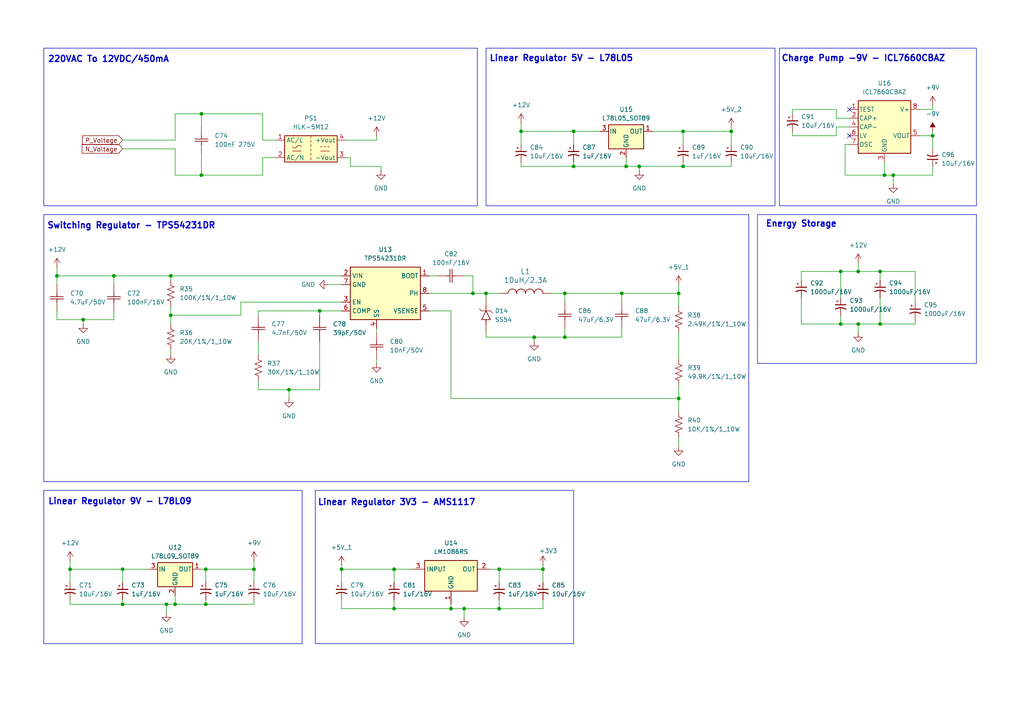
<source format=kicad_sch>
(kicad_sch (version 20231120) (generator "eeschema") (generator_version "8.0")
  (paper "A4")
  (junction (at 48.26 175.26))
  (junction (at 24.13 92.71))
  (junction (at 50.8 175.26))
  (junction (at 243.84 93.98))
  (junction (at 58.42 33.02))
  (junction (at 144.78 176.53))
  (junction (at 181.61 48.26))
  (junction (at 163.83 85.09))
  (junction (at 144.78 165.1))
  (junction (at 248.92 93.98))
  (junction (at 35.56 165.1))
  (junction (at 114.3 176.53))
  (junction (at 73.66 165.1))
  (junction (at 59.69 165.1))
  (junction (at 114.3 165.1))
  (junction (at 134.62 176.53))
  (junction (at 198.12 38.1))
  (junction (at 248.92 78.74))
  (junction (at 157.48 165.1))
  (junction (at 196.85 85.09))
  (junction (at 166.37 48.26))
  (junction (at 49.53 91.44))
  (junction (at 259.08 50.8))
  (junction (at 20.32 165.1))
  (junction (at 151.13 38.1))
  (junction (at 270.51 39.37))
  (junction (at 163.83 97.79))
  (junction (at 130.81 176.53))
  (junction (at 212.09 38.1))
  (junction (at 49.53 80.01))
  (junction (at 243.84 78.74))
  (junction (at 255.27 93.98))
  (junction (at 166.37 38.1))
  (junction (at 99.06 165.1))
  (junction (at 154.94 97.79))
  (junction (at 137.16 85.09))
  (junction (at 92.71 90.17))
  (junction (at 198.12 48.26))
  (junction (at 196.85 115.57))
  (junction (at 185.42 48.26))
  (junction (at 83.82 113.03))
  (junction (at 35.56 175.26))
  (junction (at 33.02 80.01))
  (junction (at 256.54 50.8))
  (junction (at 180.34 85.09))
  (junction (at 140.97 85.09))
  (junction (at 59.69 175.26))
  (junction (at 16.51 80.01))
  (junction (at 255.27 78.74))
  (junction (at 58.42 50.8))
  (no_connect (at 246.38 39.37))
  (no_connect (at 246.38 31.75))
  (wire (pts (xy 101.6 45.72) (xy 101.6 48.26)))
  (wire (pts (xy 151.13 46.99) (xy 151.13 48.26)))
  (wire (pts (xy 59.69 165.1) (xy 59.69 168.91)))
  (wire (pts (xy 270.51 39.37) (xy 266.7 39.37)))
  (wire (pts (xy 74.93 113.03) (xy 83.82 113.03)))
  (wire (pts (xy 74.93 90.17) (xy 92.71 90.17)))
  (wire (pts (xy 124.46 80.01) (xy 127 80.01)))
  (wire (pts (xy 185.42 48.26) (xy 198.12 48.26)))
  (wire (pts (xy 35.56 165.1) (xy 43.18 165.1)))
  (wire (pts (xy 270.51 31.75) (xy 266.7 31.75)))
  (wire (pts (xy 20.32 162.56) (xy 20.32 165.1)))
  (wire (pts (xy 229.87 33.02) (xy 229.87 31.75)))
  (wire (pts (xy 137.16 85.09) (xy 137.16 80.01)))
  (wire (pts (xy 232.41 81.28) (xy 232.41 78.74)))
  (wire (pts (xy 151.13 38.1) (xy 166.37 38.1)))
  (wire (pts (xy 130.81 176.53) (xy 134.62 176.53)))
  (wire (pts (xy 69.85 91.44) (xy 49.53 91.44)))
  (wire (pts (xy 270.51 38.1) (xy 270.51 39.37)))
  (wire (pts (xy 48.26 175.26) (xy 48.26 177.8)))
  (wire (pts (xy 255.27 78.74) (xy 255.27 81.28)))
  (wire (pts (xy 198.12 38.1) (xy 212.09 38.1)))
  (wire (pts (xy 144.78 165.1) (xy 157.48 165.1)))
  (wire (pts (xy 24.13 92.71) (xy 16.51 92.71)))
  (wire (pts (xy 20.32 165.1) (xy 35.56 165.1)))
  (wire (pts (xy 83.82 113.03) (xy 83.82 115.57)))
  (wire (pts (xy 58.42 36.83) (xy 58.42 33.02)))
  (wire (pts (xy 245.11 50.8) (xy 256.54 50.8)))
  (wire (pts (xy 232.41 86.36) (xy 232.41 93.98)))
  (wire (pts (xy 255.27 78.74) (xy 265.43 78.74)))
  (wire (pts (xy 248.92 93.98) (xy 248.92 96.52)))
  (wire (pts (xy 180.34 87.63) (xy 180.34 85.09)))
  (wire (pts (xy 248.92 93.98) (xy 255.27 93.98)))
  (wire (pts (xy 49.53 80.01) (xy 49.53 81.28)))
  (wire (pts (xy 134.62 176.53) (xy 144.78 176.53)))
  (wire (pts (xy 58.42 44.45) (xy 58.42 50.8)))
  (wire (pts (xy 76.2 50.8) (xy 76.2 45.72)))
  (wire (pts (xy 35.56 173.99) (xy 35.56 175.26)))
  (wire (pts (xy 259.08 50.8) (xy 256.54 50.8)))
  (wire (pts (xy 16.51 80.01) (xy 16.51 82.55)))
  (wire (pts (xy 124.46 90.17) (xy 130.81 90.17)))
  (wire (pts (xy 198.12 46.99) (xy 198.12 48.26)))
  (wire (pts (xy 49.53 80.01) (xy 33.02 80.01)))
  (wire (pts (xy 99.06 165.1) (xy 114.3 165.1)))
  (wire (pts (xy 16.51 77.47) (xy 16.51 80.01)))
  (wire (pts (xy 92.71 90.17) (xy 92.71 91.44)))
  (wire (pts (xy 196.85 82.55) (xy 196.85 85.09)))
  (wire (pts (xy 100.33 40.64) (xy 109.22 40.64)))
  (wire (pts (xy 181.61 48.26) (xy 181.61 45.72)))
  (wire (pts (xy 59.69 175.26) (xy 73.66 175.26)))
  (wire (pts (xy 109.22 104.14) (xy 109.22 105.41)))
  (wire (pts (xy 242.57 36.83) (xy 242.57 39.37)))
  (wire (pts (xy 69.85 87.63) (xy 69.85 91.44)))
  (wire (pts (xy 163.83 97.79) (xy 180.34 97.79)))
  (wire (pts (xy 33.02 92.71) (xy 24.13 92.71)))
  (wire (pts (xy 101.6 48.26) (xy 110.49 48.26)))
  (wire (pts (xy 49.53 91.44) (xy 49.53 93.98)))
  (wire (pts (xy 198.12 48.26) (xy 212.09 48.26)))
  (wire (pts (xy 114.3 165.1) (xy 119.38 165.1)))
  (wire (pts (xy 245.11 41.91) (xy 245.11 50.8)))
  (wire (pts (xy 242.57 31.75) (xy 242.57 34.29)))
  (wire (pts (xy 130.81 115.57) (xy 196.85 115.57)))
  (wire (pts (xy 163.83 85.09) (xy 163.83 87.63)))
  (wire (pts (xy 196.85 115.57) (xy 196.85 119.38)))
  (wire (pts (xy 256.54 50.8) (xy 256.54 46.99)))
  (wire (pts (xy 163.83 85.09) (xy 180.34 85.09)))
  (wire (pts (xy 50.8 40.64) (xy 50.8 33.02)))
  (wire (pts (xy 181.61 48.26) (xy 185.42 48.26)))
  (wire (pts (xy 270.51 39.37) (xy 270.51 43.18)))
  (wire (pts (xy 243.84 78.74) (xy 248.92 78.74)))
  (wire (pts (xy 189.23 38.1) (xy 198.12 38.1)))
  (wire (pts (xy 140.97 97.79) (xy 154.94 97.79)))
  (wire (pts (xy 270.51 48.26) (xy 270.51 50.8)))
  (wire (pts (xy 196.85 88.9) (xy 196.85 85.09)))
  (wire (pts (xy 248.92 76.2) (xy 248.92 78.74)))
  (wire (pts (xy 270.51 50.8) (xy 259.08 50.8)))
  (wire (pts (xy 137.16 85.09) (xy 140.97 85.09)))
  (wire (pts (xy 270.51 30.48) (xy 270.51 31.75)))
  (wire (pts (xy 180.34 95.25) (xy 180.34 97.79)))
  (wire (pts (xy 50.8 172.72) (xy 50.8 175.26)))
  (wire (pts (xy 157.48 163.83) (xy 157.48 165.1)))
  (wire (pts (xy 212.09 38.1) (xy 212.09 41.91)))
  (wire (pts (xy 140.97 96.52) (xy 140.97 97.79)))
  (wire (pts (xy 243.84 93.98) (xy 248.92 93.98)))
  (wire (pts (xy 99.06 168.91) (xy 99.06 165.1)))
  (wire (pts (xy 74.93 110.49) (xy 74.93 113.03)))
  (wire (pts (xy 99.06 176.53) (xy 114.3 176.53)))
  (wire (pts (xy 242.57 34.29) (xy 246.38 34.29)))
  (wire (pts (xy 58.42 33.02) (xy 76.2 33.02)))
  (wire (pts (xy 92.71 113.03) (xy 92.71 99.06)))
  (wire (pts (xy 33.02 80.01) (xy 33.02 82.55)))
  (wire (pts (xy 232.41 78.74) (xy 243.84 78.74)))
  (wire (pts (xy 212.09 36.83) (xy 212.09 38.1)))
  (wire (pts (xy 50.8 175.26) (xy 59.69 175.26)))
  (wire (pts (xy 242.57 39.37) (xy 229.87 39.37)))
  (wire (pts (xy 99.06 163.83) (xy 99.06 165.1)))
  (wire (pts (xy 48.26 175.26) (xy 50.8 175.26)))
  (wire (pts (xy 185.42 48.26) (xy 185.42 49.53)))
  (wire (pts (xy 243.84 78.74) (xy 243.84 86.36)))
  (wire (pts (xy 265.43 78.74) (xy 265.43 87.63)))
  (wire (pts (xy 142.24 165.1) (xy 144.78 165.1)))
  (wire (pts (xy 196.85 127) (xy 196.85 129.54)))
  (wire (pts (xy 58.42 165.1) (xy 59.69 165.1)))
  (wire (pts (xy 73.66 175.26) (xy 73.66 173.99)))
  (wire (pts (xy 255.27 93.98) (xy 265.43 93.98)))
  (wire (pts (xy 144.78 173.99) (xy 144.78 176.53)))
  (wire (pts (xy 50.8 43.18) (xy 50.8 50.8)))
  (wire (pts (xy 130.81 175.26) (xy 130.81 176.53)))
  (wire (pts (xy 140.97 85.09) (xy 144.78 85.09)))
  (wire (pts (xy 124.46 85.09) (xy 137.16 85.09)))
  (wire (pts (xy 212.09 48.26) (xy 212.09 46.99)))
  (wire (pts (xy 109.22 39.37) (xy 109.22 40.64)))
  (wire (pts (xy 109.22 95.25) (xy 109.22 96.52)))
  (wire (pts (xy 246.38 36.83) (xy 242.57 36.83)))
  (wire (pts (xy 166.37 46.99) (xy 166.37 48.26)))
  (wire (pts (xy 243.84 91.44) (xy 243.84 93.98)))
  (wire (pts (xy 20.32 173.99) (xy 20.32 175.26)))
  (wire (pts (xy 140.97 86.36) (xy 140.97 85.09)))
  (wire (pts (xy 59.69 165.1) (xy 73.66 165.1)))
  (wire (pts (xy 137.16 80.01) (xy 134.62 80.01)))
  (wire (pts (xy 114.3 165.1) (xy 114.3 168.91)))
  (wire (pts (xy 196.85 111.76) (xy 196.85 115.57)))
  (wire (pts (xy 255.27 86.36) (xy 255.27 93.98)))
  (wire (pts (xy 166.37 48.26) (xy 181.61 48.26)))
  (wire (pts (xy 59.69 173.99) (xy 59.69 175.26)))
  (wire (pts (xy 76.2 33.02) (xy 76.2 40.64)))
  (wire (pts (xy 151.13 35.56) (xy 151.13 38.1)))
  (wire (pts (xy 35.56 165.1) (xy 35.56 168.91)))
  (wire (pts (xy 151.13 41.91) (xy 151.13 38.1)))
  (wire (pts (xy 114.3 173.99) (xy 114.3 176.53)))
  (wire (pts (xy 144.78 165.1) (xy 144.78 168.91)))
  (wire (pts (xy 114.3 176.53) (xy 130.81 176.53)))
  (wire (pts (xy 154.94 97.79) (xy 154.94 99.06)))
  (wire (pts (xy 259.08 50.8) (xy 259.08 53.34)))
  (wire (pts (xy 35.56 175.26) (xy 48.26 175.26)))
  (wire (pts (xy 160.02 85.09) (xy 163.83 85.09)))
  (wire (pts (xy 58.42 50.8) (xy 76.2 50.8)))
  (wire (pts (xy 33.02 80.01) (xy 16.51 80.01)))
  (wire (pts (xy 35.56 40.64) (xy 50.8 40.64)))
  (wire (pts (xy 166.37 38.1) (xy 173.99 38.1)))
  (wire (pts (xy 50.8 33.02) (xy 58.42 33.02)))
  (wire (pts (xy 20.32 175.26) (xy 35.56 175.26)))
  (wire (pts (xy 265.43 93.98) (xy 265.43 92.71)))
  (wire (pts (xy 229.87 31.75) (xy 242.57 31.75)))
  (wire (pts (xy 99.06 80.01) (xy 49.53 80.01)))
  (wire (pts (xy 95.25 82.55) (xy 99.06 82.55)))
  (wire (pts (xy 49.53 101.6) (xy 49.53 102.87)))
  (wire (pts (xy 76.2 45.72) (xy 80.01 45.72)))
  (wire (pts (xy 154.94 97.79) (xy 163.83 97.79)))
  (wire (pts (xy 196.85 96.52) (xy 196.85 104.14)))
  (wire (pts (xy 16.51 92.71) (xy 16.51 90.17)))
  (wire (pts (xy 110.49 48.26) (xy 110.49 49.53)))
  (wire (pts (xy 74.93 91.44) (xy 74.93 90.17)))
  (wire (pts (xy 35.56 43.18) (xy 50.8 43.18)))
  (wire (pts (xy 157.48 176.53) (xy 157.48 173.99)))
  (wire (pts (xy 130.81 90.17) (xy 130.81 115.57)))
  (wire (pts (xy 157.48 165.1) (xy 157.48 168.91)))
  (wire (pts (xy 24.13 93.98) (xy 24.13 92.71)))
  (wire (pts (xy 73.66 162.56) (xy 73.66 165.1)))
  (wire (pts (xy 74.93 99.06) (xy 74.93 102.87)))
  (wire (pts (xy 73.66 165.1) (xy 73.66 168.91)))
  (wire (pts (xy 99.06 90.17) (xy 92.71 90.17)))
  (wire (pts (xy 229.87 39.37) (xy 229.87 38.1)))
  (wire (pts (xy 248.92 78.74) (xy 255.27 78.74)))
  (wire (pts (xy 134.62 176.53) (xy 134.62 179.07)))
  (wire (pts (xy 99.06 87.63) (xy 69.85 87.63)))
  (wire (pts (xy 49.53 88.9) (xy 49.53 91.44)))
  (wire (pts (xy 50.8 50.8) (xy 58.42 50.8)))
  (wire (pts (xy 163.83 95.25) (xy 163.83 97.79)))
  (wire (pts (xy 101.6 45.72) (xy 100.33 45.72)))
  (wire (pts (xy 151.13 48.26) (xy 166.37 48.26)))
  (wire (pts (xy 180.34 85.09) (xy 196.85 85.09)))
  (wire (pts (xy 144.78 176.53) (xy 157.48 176.53)))
  (wire (pts (xy 83.82 113.03) (xy 92.71 113.03)))
  (wire (pts (xy 99.06 173.99) (xy 99.06 176.53)))
  (wire (pts (xy 166.37 38.1) (xy 166.37 41.91)))
  (wire (pts (xy 245.11 41.91) (xy 246.38 41.91)))
  (wire (pts (xy 33.02 90.17) (xy 33.02 92.71)))
  (wire (pts (xy 20.32 168.91) (xy 20.32 165.1)))
  (wire (pts (xy 232.41 93.98) (xy 243.84 93.98)))
  (wire (pts (xy 76.2 40.64) (xy 80.01 40.64)))
  (wire (pts (xy 198.12 38.1) (xy 198.12 41.91)))
  (rectangle (start 12.7 62.23) (end 217.17 139.7))
  (rectangle (start 12.7 142.24) (end 87.63 186.69))
  (rectangle (start 226.06 13.97) (end 283.21 59.69))
  (rectangle (start 12.7 13.97) (end 138.43 59.69))
  (rectangle (start 91.44 142.24) (end 166.37 186.69))
  (rectangle (start 140.97 13.97) (end 224.79 59.69))
  (rectangle (start 219.71 62.23) (end 283.21 105.41))
  (text "220VAC To 12VDC/450mA" (at 31.496 17.272 0) (effects (font (size 1.778 1.778) (thickness 0.3556) (bold yes))))
  (text "Switching Regulator - TPS54231DR\n" (at 38.1 65.532 0) (effects (font (size 1.778 1.778) (thickness 0.3556) (bold yes))))
  (text "Linear Regulator 3V3 - AMS1117" (at 115.062 145.796 0) (effects (font (size 1.778 1.778) (thickness 0.3556) (bold yes))))
  (text "Linear Regulator 5V - L78L05" (at 162.814 17.018 0) (effects (font (size 1.778 1.778) (thickness 0.3556) (bold yes))))
  (text "Linear Regulator 9V - L78L09\n" (at 34.798 145.542 0) (effects (font (size 1.778 1.778) (thickness 0.3556) (bold yes))))
  (text "Energy Storage" (at 232.41 65.024 0) (effects (font (size 1.778 1.778) (thickness 0.3556) (bold yes))))
  (text "Charge Pump -9V - ICL7660CBAZ" (at 250.444 17.018 0) (effects (font (size 1.778 1.778) (thickness 0.3556) (bold yes))))
  (global_label "P_Voltage" (shape input) (at 35.56 40.64 180) (property "Intersheetrefs" "${INTERSHEET_REFS}" (effects (hide yes))))
  (global_label "N_Voltage" (shape input) (at 35.56 43.18 180) (property "Intersheetrefs" "${INTERSHEET_REFS}" (effects (hide yes))))
  (symbol (lib_id "Measurement_Power_AC:Cap_Tantalum_1uF_16V") (at 59.69 168.91 270) (unit 1)
    (property "Reference" "C75" (at 62.23 169.7481 90) (effects (justify left)))
    (property "Value" "1uF/16V" (at 62.23 172.2881 90) (effects (justify left)))
    (property "Footprint" "Measure_Power_AC:Tan_Cap_A" (effects (hide yes)))
    (property "Description" "TAJA105K016RNJ" (effects (hide yes)))
    (property "Supply name" "Thegioiic" (effects (hide yes)))
    (property "Supply part number" "Tụ Tantalum 1uF 16V 1206 TAJA105K016RNJ" (effects (hide yes)))
    (property "Supply URL" "https://www.thegioiic.com/tu-tantalum-1uf-16v-1206-taja105k016rnj" (effects (hide yes)))
  )
  (symbol (lib_id "power:GND") (at 48.26 177.8 0) (unit 1)
    (property "Reference" "#PWR0126" (effects (hide yes)))
    (property "Value" "GND" (at 48.26 182.88 0))
    (property "Description" "Power symbol creates a global label with name \"GND\" , ground" (effects (hide yes)))
  )
  (symbol (lib_id "Measurement_Power_AC:Ceramic_Cap_SMD_4.7uF_50V") (at 16.51 90.17 90) (unit 1)
    (property "Reference" "C70" (at 20.32 85.0899 90) (effects (justify right)))
    (property "Value" "4.7uF/50V" (at 20.32 87.6299 90) (effects (justify right)))
    (property "Footprint" "charge_battery_footprint_lib:Ceramic_Cap_0805" (effects (hide yes)))
    (property "Datasheet" "https://www.mouser.vn/datasheet/2/40/KYOCERA_AutoMLCCKAM-3106308.pdf" (effects (hide yes)))
    (property "Description" "10%, 0805 (2012 Metric)" (effects (hide yes)))
    (property "Supply name" "Thegioiic" (effects (hide yes)))
    (property "Supply part number" "Tụ Gốm 0805 4.7uF 50V" (effects (hide yes)))
    (property "Supply URL" "https://www.thegioiic.com/tu-gom-0805-4-7uf-50v" (effects (hide yes)))
  )
  (symbol (lib_id "power:+12V") (at 151.13 35.56 0) (unit 1)
    (property "Reference" "#PWR0136" (effects (hide yes)))
    (property "Value" "+12V" (at 151.13 30.48 0))
    (property "Description" "Power symbol creates a global label with name \"+12V\"" (effects (hide yes)))
  )
  (symbol (lib_id "power:GND") (at 95.25 82.55 270) (unit 1)
    (property "Reference" "#PWR0130" (effects (hide yes)))
    (property "Value" "GND" (at 91.44 82.5499 90) (effects (justify right)))
    (property "Description" "Power symbol creates a global label with name \"GND\" , ground" (effects (hide yes)))
  )
  (symbol (lib_id "power:GND") (at 248.92 96.52 0) (unit 1)
    (property "Reference" "#PWR0144" (effects (hide yes)))
    (property "Value" "GND" (at 248.92 101.6 0))
    (property "Description" "Power symbol creates a global label with name \"GND\" , ground" (effects (hide yes)))
  )
  (symbol (lib_id "Measurement_Power_AC:Cap_Tantalum_10uF_16V") (at 151.13 41.91 270) (unit 1)
    (property "Reference" "C84" (at 153.67 42.7481 90) (effects (justify left)))
    (property "Value" "10uF/16V" (at 153.67 45.2881 90) (effects (justify left)))
    (property "Footprint" "Measure_Power_AC:Tan_Cap_A" (effects (hide yes)))
    (property "Description" "TAJA105K016RNJ" (effects (hide yes)))
    (property "Supply name" "Thegioiic" (effects (hide yes)))
    (property "Supply part number" "Tụ Tantalum 10uF 16V 1206 TAJA106K016RNJ" (effects (hide yes)))
    (property "Supply URL" "https://www.thegioiic.com/tu-tantalum-10uf-16v-1206-taja106k016rnj" (effects (hide yes)))
  )
  (symbol (lib_id "Measurement_Power_AC:Ceramic_Cap_SMD_47uF_6.3V") (at 163.83 95.25 90) (unit 1)
    (property "Reference" "C86" (at 167.64 90.1699 90) (effects (justify right)))
    (property "Value" "47uF/6.3V" (at 167.64 92.7099 90) (effects (justify right)))
    (property "Footprint" "Measure_Power_AC:Ceramic_Cap_0805" (effects (hide yes)))
    (property "Description" "10%, 0805 (2012 Metric)" (effects (hide yes)))
    (property "Supply name" "Thegioiic" (effects (hide yes)))
    (property "Supply part number" "Tụ Gốm 0805 47uF 6.3V" (effects (hide yes)))
    (property "Supply URL" "https://www.thegioiic.com/tu-gom-0805-47uf-6-3v" (effects (hide yes)))
  )
  (symbol (lib_id "power:GND") (at 49.53 102.87 0) (unit 1)
    (property "Reference" "#PWR0127" (effects (hide yes)))
    (property "Value" "GND" (at 49.53 107.95 0))
    (property "Description" "Power symbol creates a global label with name \"GND\" , ground" (effects (hide yes)))
  )
  (symbol (lib_id "power:-9V") (at 270.51 38.1 0) (unit 1)
    (property "Reference" "#PWR0147" (effects (hide yes)))
    (property "Value" "-9V" (at 270.51 33.02 0))
    (property "Description" "Power symbol creates a global label with name \"-9V\"" (effects (hide yes)))
  )
  (symbol (lib_id "Measurement_Power_AC:Ceramic_Cap_SMD_100nF_16V") (at 33.02 88.9 90) (unit 1)
    (property "Reference" "C72" (at 36.83 85.0899 90) (effects (justify right)))
    (property "Value" "100nF/16V" (at 36.83 87.6299 90) (effects (justify right)))
    (property "Footprint" "charge_battery_footprint_lib:Ceramic_Cap_0603" (effects (hide yes)))
    (property "Datasheet" "https://www.mouser.vn/datasheet/2/40/KYOCERA_AutoMLCCKAM-3106308.pdf" (effects (hide yes)))
    (property "Description" "10%, 0603 (1608 Metric)" (effects (hide yes)))
    (property "Supply name" "Thegioiic" (effects (hide yes)))
    (property "Supply part number" "Tụ Gốm 0603 100nF (0.1uF) 16V" (effects (hide yes)))
    (property "Supply URL" "https://www.thegioiic.com/tu-gom-0603-100nf-0-1uf-16v" (effects (hide yes)))
  )
  (symbol (lib_id "power:+12V") (at 16.51 77.47 0) (unit 1)
    (property "Reference" "#PWR0123" (effects (hide yes)))
    (property "Value" "+12V" (at 16.51 72.39 0))
    (property "Description" "Power symbol creates a global label with name \"+12V\"" (effects (hide yes)))
  )
  (symbol (lib_id "power:GND") (at 110.49 49.53 0) (unit 1)
    (property "Reference" "#PWR0134" (effects (hide yes)))
    (property "Value" "GND" (at 110.49 54.61 0))
    (property "Description" "Power symbol creates a global label with name \"GND\" , ground" (effects (hide yes)))
  )
  (symbol (lib_id "Measurement_Power_AC:Cap_Tantalum_1uF_16V") (at 35.56 168.91 270) (unit 1)
    (property "Reference" "C73" (at 38.1 169.7481 90) (effects (justify left)))
    (property "Value" "1uF/16V" (at 38.1 172.2881 90) (effects (justify left)))
    (property "Footprint" "Measure_Power_AC:Tan_Cap_A" (effects (hide yes)))
    (property "Description" "TAJA105K016RNJ" (effects (hide yes)))
    (property "Supply name" "Thegioiic" (effects (hide yes)))
    (property "Supply part number" "Tụ Tantalum 1uF 16V 1206 TAJA105K016RNJ" (effects (hide yes)))
    (property "Supply URL" "https://www.thegioiic.com/tu-tantalum-1uf-16v-1206-taja105k016rnj" (effects (hide yes)))
  )
  (symbol (lib_id "Measurement_Power_AC:Cap_Tantalum_1uF_16V") (at 114.3 168.91 270) (unit 1)
    (property "Reference" "C81" (at 116.84 169.7481 90) (effects (justify left)))
    (property "Value" "1uF/16V" (at 116.84 172.2881 90) (effects (justify left)))
    (property "Footprint" "Measure_Power_AC:Tan_Cap_A" (effects (hide yes)))
    (property "Description" "TAJA105K016RNJ" (effects (hide yes)))
    (property "Supply name" "Thegioiic" (effects (hide yes)))
    (property "Supply part number" "Tụ Tantalum 1uF 16V 1206 TAJA105K016RNJ" (effects (hide yes)))
    (property "Supply URL" "https://www.thegioiic.com/tu-tantalum-1uf-16v-1206-taja105k016rnj" (effects (hide yes)))
  )
  (symbol (lib_id "Measurement_Power_AC:Cap_Polarized_SMD_1000uF_16V") (at 255.27 81.28 270) (unit 1)
    (property "Reference" "C94" (at 257.81 82.1181 90) (effects (justify left)))
    (property "Value" "1000uF/16V" (at 257.81 84.6581 90) (effects (justify left)))
    (property "Footprint" "Capacitor_SMD:CP_Elec_10x10.5" (effects (hide yes)))
    (property "Datasheet" "https://www.thegioiic.com/upload/documents/5121f69ada901167d040dfa7ca79f071.pdf" (effects (hide yes)))
    (property "Description" "Polarized capacitor 1000uF 16V, 20%" (effects (hide yes)))
    (property "Supply name" "Thegioiic" (effects (hide yes)))
    (property "Supply part number" "Tụ Nhôm SMD 1000uF 16V 10x10.5mm" (effects (hide yes)))
    (property "Supply URL" "https://www.thegioiic.com/tu-nhom-smd-1000uf-16v-10x10-5mm" (effects (hide yes)))
  )
  (symbol (lib_id "Measurement_Power_AC:Cap_Tantalum_10uF_16V") (at 99.06 168.91 270) (unit 1)
    (property "Reference" "C79" (at 101.6 169.7481 90) (effects (justify left)))
    (property "Value" "10uF/16V" (at 101.6 172.2881 90) (effects (justify left)))
    (property "Footprint" "Measure_Power_AC:Tan_Cap_A" (effects (hide yes)))
    (property "Description" "TAJA105K016RNJ" (effects (hide yes)))
    (property "Supply name" "Thegioiic" (effects (hide yes)))
    (property "Supply part number" "Tụ Tantalum 10uF 16V 1206 TAJA106K016RNJ" (effects (hide yes)))
    (property "Supply URL" "https://www.thegioiic.com/tu-tantalum-10uf-16v-1206-taja106k016rnj" (effects (hide yes)))
  )
  (symbol (lib_id "power:GND") (at 83.82 115.57 0) (unit 1)
    (property "Reference" "#PWR0129" (effects (hide yes)))
    (property "Value" "GND" (at 83.82 120.65 0))
    (property "Description" "Power symbol creates a global label with name \"GND\" , ground" (effects (hide yes)))
  )
  (symbol (lib_id "power:+9V") (at 73.66 162.56 0) (unit 1)
    (property "Reference" "#PWR0128" (effects (hide yes)))
    (property "Value" "+9V" (at 73.66 157.48 0))
    (property "Description" "Power symbol creates a global label with name \"+9V\"" (effects (hide yes)))
  )
  (symbol (lib_id "power:+12V") (at 20.32 162.56 0) (unit 1)
    (property "Reference" "#PWR0124" (effects (hide yes)))
    (property "Value" "+12V" (at 20.32 157.48 0))
    (property "Description" "Power symbol creates a global label with name \"+12V\"" (effects (hide yes)))
  )
  (symbol (lib_id "Measurement_Power_AC:SS54") (at 140.97 92.71 90) (unit 1)
    (property "Reference" "D14" (at 143.51 90.1699 90) (effects (justify right)))
    (property "Value" "SS54" (at 143.51 92.7099 90) (effects (justify right)))
    (property "Footprint" "Measure_Power_AC:D_SMA" (effects (hide yes)))
    (property "Datasheet" "https://www.thegioiic.com/upload/documents/dc8a63b3eda4738bc390d9dc570a4e18.pdf" (effects (hide yes)))
    (property "Description" "Diode Shotky SS54 1N5824 5A 40V" (effects (hide yes)))
    (property "Supply name" "Thegioiic" (effects (hide yes)))
    (property "Supply part number" "SS54 SMA Diode Shotky 5A 40V" (effects (hide yes)))
    (property "Supply URL" "https://www.thegioiic.com/ss54-sma-diode-shotky-5a-40v" (effects (hide yes)))
  )
  (symbol (lib_id "power:+12V") (at 248.92 76.2 0) (unit 1)
    (property "Reference" "#PWR0143" (effects (hide yes)))
    (property "Value" "+12V" (at 248.92 71.12 0))
    (property "Description" "Power symbol creates a global label with name \"+12V\"" (effects (hide yes)))
  )
  (symbol (lib_id "Measurement_Power_AC:Cap_Tantalum_1uF_16V") (at 144.78 168.91 270) (unit 1)
    (property "Reference" "C83" (at 147.32 169.7481 90) (effects (justify left)))
    (property "Value" "1uF/16V" (at 147.32 172.2881 90) (effects (justify left)))
    (property "Footprint" "Measure_Power_AC:Tan_Cap_A" (effects (hide yes)))
    (property "Description" "TAJA105K016RNJ" (effects (hide yes)))
    (property "Supply name" "Thegioiic" (effects (hide yes)))
    (property "Supply part number" "Tụ Tantalum 1uF 16V 1206 TAJA105K016RNJ" (effects (hide yes)))
    (property "Supply URL" "https://www.thegioiic.com/tu-tantalum-1uf-16v-1206-taja105k016rnj" (effects (hide yes)))
  )
  (symbol (lib_id "power:GND") (at 134.62 179.07 0) (unit 1)
    (property "Reference" "#PWR0135" (effects (hide yes)))
    (property "Value" "GND" (at 134.62 184.15 0))
    (property "Description" "Power symbol creates a global label with name \"GND\" , ground" (effects (hide yes)))
  )
  (symbol (lib_id "power:+5V") (at 212.09 36.83 0) (unit 1)
    (property "Reference" "#PWR0142" (effects (hide yes)))
    (property "Value" "+5V_2" (at 212.09 31.75 0))
    (property "Description" "Power symbol creates a global label with name \"+5V\"" (effects (hide yes)))
  )
  (symbol (lib_id "power:+3V3") (at 157.48 163.83 0) (unit 1)
    (property "Reference" "#PWR0138" (effects (hide yes)))
    (property "Value" "+3V3" (at 159.004 159.766 0))
    (property "Description" "Power symbol creates a global label with name \"+3V3\"" (effects (hide yes)))
  )
  (symbol (lib_id "Measurement_Power_AC:Inductor_10uH_2.3A") (at 144.78 85.09 0) (unit 1)
    (property "Reference" "L1" (at 152.4 78.74 0) (effects (font (size 1.524 1.524))))
    (property "Value" "10uH/2.3A" (at 152.4 81.28 0) (effects (font (size 1.524 1.524))))
    (property "Footprint" "Measure_Power_AC:IND_CD75NP_SUM" (effects (hide yes)))
    (property "Description" "20%, size 7.8 x 7.0 x 5.5mm" (effects (hide yes)))
    (property "Supply name" "Thegioiic" (effects (hide yes)))
    (property "Supply part number" "Cuộn Cảm Dán SMD CD75 7855-100 10uH 2.3A" (effects (hide yes)))
    (property "Supply URL" "https://www.thegioiic.com/cuon-cam-dan-smd-cd75-7855-100-10uh-2-3a" (effects (hide yes)))
  )
  (symbol (lib_id "Measurement_Power_AC:Cap_Tantalum_10uF_16V") (at 212.09 41.91 270) (unit 1)
    (property "Reference" "C90" (at 214.63 42.7481 90) (effects (justify left)))
    (property "Value" "10uF/16V" (at 214.63 45.2881 90) (effects (justify left)))
    (property "Footprint" "Measure_Power_AC:Tan_Cap_A" (effects (hide yes)))
    (property "Description" "TAJA105K016RNJ" (effects (hide yes)))
    (property "Supply name" "Thegioiic" (effects (hide yes)))
    (property "Supply part number" "Tụ Tantalum 10uF 16V 1206 TAJA106K016RNJ" (effects (hide yes)))
    (property "Supply URL" "https://www.thegioiic.com/tu-tantalum-10uf-16v-1206-taja106k016rnj" (effects (hide yes)))
  )
  (symbol (lib_id "Measurement_Power_AC:Ceramic_Cap_SMD_39pF_50V") (at 92.71 97.79 90) (unit 1)
    (property "Reference" "C78" (at 96.52 93.9799 90) (effects (justify right)))
    (property "Value" "39pF/50V" (at 96.52 96.5199 90) (effects (justify right)))
    (property "Footprint" "charge_battery_footprint_lib:Ceramic_Cap_0603" (effects (hide yes)))
    (property "Description" "10%, 0603 (1608 Metric)" (effects (hide yes)))
    (property "Supply name" "Thegioiic" (effects (hide yes)))
    (property "Supply part number" "Tụ Gốm 0603 39pF 50V" (effects (hide yes)))
    (property "Supply URL" "https://www.thegioiic.com/tu-gom-0603-39pf-50v" (effects (hide yes)))
  )
  (symbol (lib_id "power:GND") (at 196.85 129.54 0) (unit 1)
    (property "Reference" "#PWR0141" (effects (hide yes)))
    (property "Value" "GND" (at 196.85 134.62 0))
    (property "Description" "Power symbol creates a global label with name \"GND\" , ground" (effects (hide yes)))
  )
  (symbol (lib_id "Measurement_Power_AC:Res_20K_0603_1%") (at 49.53 101.6 90) (unit 1)
    (property "Reference" "R36" (at 52.07 96.5199 90) (effects (justify right)))
    (property "Value" "20K/1%/1_10W" (at 52.07 99.0599 90) (effects (justify right)))
    (property "Footprint" "Measure_Power_AC:Res_0603" (effects (hide yes)))
    (property "Description" "Res 20 KOhm 0603 1%" (effects (hide yes)))
    (property "Supply name" "Thegioiic" (effects (hide yes)))
    (property "Supply part number" "Điện Trở 20 KOhm 0603 1%" (effects (hide yes)))
    (property "Supply URL" "https://www.thegioiic.com/dien-tro-20-kohm-0603-1-" (effects (hide yes)))
  )
  (symbol (lib_id "power:+12V") (at 109.22 39.37 0) (unit 1)
    (property "Reference" "#PWR0132" (effects (hide yes)))
    (property "Value" "+12V" (at 109.22 34.29 0))
    (property "Description" "Power symbol creates a global label with name \"+12V\"" (effects (hide yes)))
  )
  (symbol (lib_id "Measurement_Power_AC:ICL7660CBAZ") (at 264.16 44.45 0) (mirror y) (unit 1)
    (property "Reference" "U16" (at 256.54 24.13 0))
    (property "Value" "ICL7660CBAZ" (at 256.54 26.67 0))
    (property "Footprint" "Measure_Power_AC:SOIC-8" (effects (hide yes)))
    (property "Datasheet" "https://www.analog.com/media/en/technical-documentation/data-sheets/icl7662-si7661.pdf" (effects (hide yes)))
    (property "Description" "Voltage Input: 1.5V ~ 10V, Voltage Output: -Vin, 8-SOIC" (effects (hide yes)))
    (property "Supply name" "Thegioiic" (effects (hide yes)))
    (property "Supply part number" "ICL7660CBAZ" (effects (hide yes)))
    (property "Supply URL" "http://www.tme.vn/Product.aspx?id=848#page=pro_info" (effects (hide yes)))
  )
  (symbol (lib_id "Measurement_Power_AC:Ceramic_Cap_SMD_47uF_6.3V") (at 180.34 95.25 90) (unit 1)
    (property "Reference" "C88" (at 184.15 90.1699 90) (effects (justify right)))
    (property "Value" "47uF/6.3V" (at 184.15 92.7099 90) (effects (justify right)))
    (property "Footprint" "Measure_Power_AC:Ceramic_Cap_0805" (effects (hide yes)))
    (property "Description" "10%, 0805 (2012 Metric)" (effects (hide yes)))
    (property "Supply name" "Thegioiic" (effects (hide yes)))
    (property "Supply part number" "Tụ Gốm 0805 47uF 6.3V" (effects (hide yes)))
    (property "Supply URL" "https://www.thegioiic.com/tu-gom-0805-47uf-6-3v" (effects (hide yes)))
  )
  (symbol (lib_id "Measurement_Power_AC:Ceramic_Cap_SMD_4.7nF_50V") (at 74.93 99.06 90) (unit 1)
    (property "Reference" "C77" (at 78.74 93.9799 90) (effects (justify right)))
    (property "Value" "4.7nF/50V" (at 78.74 96.5199 90) (effects (justify right)))
    (property "Footprint" "charge_battery_footprint_lib:Ceramic_Cap_0603" (effects (hide yes)))
    (property "Description" "10%, 0603 (1608 Metric)" (effects (hide yes)))
    (property "Supply name" "Thegioiic" (effects (hide yes)))
    (property "Supply part number" "Tụ Gốm 0603 4.7nF 50V" (effects (hide yes)))
    (property "Supply URL" "https://www.thegioiic.com/tu-gom-0603-4-7nf-50v" (effects (hide yes)))
  )
  (symbol (lib_id "Measurement_Power_AC:L78L09_SOT89") (at 50.8 165.1 0) (unit 1)
    (property "Reference" "U12" (at 50.8 158.75 0))
    (property "Value" "L78L09_SOT89" (at 50.8 161.29 0))
    (property "Footprint" "Package_TO_SOT_SMD:SOT-89-3" (effects (hide yes)))
    (property "Datasheet" "http://www.st.com/content/ccc/resource/technical/document/datasheet/15/55/e5/aa/23/5b/43/fd/CD00000446.pdf/files/CD00000446.pdf/jcr:content/translations/en.CD00000446.pdf" (effects (hide yes)))
    (property "Description" "Positive 100mA 30V Linear Regulator, Fixed Output 9V, SOT-89" (effects (hide yes)))
    (property "Supply name" "Thegioiic" (effects (hide yes)))
    (property "Supply part number" "78L09S IC Ổn Áp 9V 100mA" (effects (hide yes)))
    (property "Supply URL" "https://www.thegioiic.com/78l09s-ic-on-ap-9v-100ma" (effects (hide yes)))
  )
  (symbol (lib_id "Measurement_Power_AC:Res_2.49K_0603_1%") (at 196.85 96.52 90) (unit 1)
    (property "Reference" "R38" (at 199.39 91.4399 90) (effects (justify right)))
    (property "Value" "2.49K/1%/1_10W" (at 199.39 93.9799 90) (effects (justify right)))
    (property "Footprint" "Measure_Power_AC:Res_0603" (effects (hide yes)))
    (property "Description" "Res 2.49 KOhm 0603 1%" (effects (hide yes)))
    (property "Supply name" "Thegioiic" (effects (hide yes)))
    (property "Supply part number" "Điện Trở 2.49 KOhm 0603 1%" (effects (hide yes)))
    (property "Supply URL" "https://www.thegioiic.com/dien-tro-2-49-kohm-0603-1-" (effects (hide yes)))
  )
  (symbol (lib_id "Measurement_Power_AC:Cap_Polarized_SMD_1000uF_16V") (at 232.41 81.28 270) (unit 1)
    (property "Reference" "C92" (at 234.95 82.1181 90) (effects (justify left)))
    (property "Value" "1000uF/16V" (at 234.95 84.6581 90) (effects (justify left)))
    (property "Footprint" "Capacitor_SMD:CP_Elec_10x10.5" (effects (hide yes)))
    (property "Datasheet" "https://www.thegioiic.com/upload/documents/5121f69ada901167d040dfa7ca79f071.pdf" (effects (hide yes)))
    (property "Description" "Polarized capacitor 1000uF 16V, 20%" (effects (hide yes)))
    (property "Supply name" "Thegioiic" (effects (hide yes)))
    (property "Supply part number" "Tụ Nhôm SMD 1000uF 16V 10x10.5mm" (effects (hide yes)))
    (property "Supply URL" "https://www.thegioiic.com/tu-nhom-smd-1000uf-16v-10x10-5mm" (effects (hide yes)))
  )
  (symbol (lib_id "Measurement_Power_AC:Cap_Tantalum_10uF_16V") (at 157.48 168.91 270) (unit 1)
    (property "Reference" "C85" (at 160.02 169.7481 90) (effects (justify left)))
    (property "Value" "10uF/16V" (at 160.02 172.2881 90) (effects (justify left)))
    (property "Footprint" "Measure_Power_AC:Tan_Cap_A" (effects (hide yes)))
    (property "Description" "TAJA105K016RNJ" (effects (hide yes)))
    (property "Supply name" "Thegioiic" (effects (hide yes)))
    (property "Supply part number" "Tụ Tantalum 10uF 16V 1206 TAJA106K016RNJ" (effects (hide yes)))
    (property "Supply URL" "https://www.thegioiic.com/tu-tantalum-10uf-16v-1206-taja106k016rnj" (effects (hide yes)))
  )
  (symbol (lib_id "power:GND") (at 154.94 99.06 0) (unit 1)
    (property "Reference" "#PWR0137" (effects (hide yes)))
    (property "Value" "GND" (at 154.94 104.14 0))
    (property "Description" "Power symbol creates a global label with name \"GND\" , ground" (effects (hide yes)))
  )
  (symbol (lib_id "Measurement_Power_AC:Res_49.9K_0603_1%") (at 196.85 111.76 90) (unit 1)
    (property "Reference" "R39" (at 199.39 106.6799 90) (effects (justify right)))
    (property "Value" "49.9K/1%/1_10W" (at 199.39 109.2199 90) (effects (justify right)))
    (property "Footprint" "Measure_Power_AC:Res_0603" (effects (hide yes)))
    (property "Description" "Res 49.9 KOhm 0603 1%" (effects (hide yes)))
    (property "Supply name" "Thegioiic" (effects (hide yes)))
    (property "Supply part number" "Điện Trở 49.9 KOhm 0603 1%" (effects (hide yes)))
    (property "Supply URL" "https://www.thegioiic.com/dien-tro-49-9-kohm-0603-1-" (effects (hide yes)))
  )
  (symbol (lib_id "Measurement_Power_AC:Res_30K_0603_1%") (at 74.93 110.49 90) (unit 1)
    (property "Reference" "R37" (at 77.47 105.4099 90) (effects (justify right)))
    (property "Value" "30K/1%/1_10W" (at 77.47 107.9499 90) (effects (justify right)))
    (property "Footprint" "Measure_Power_AC:Res_0603" (effects (hide yes)))
    (property "Datasheet" "https://fscdn.rohm.com/en/products/databook/datasheet/passive/resistor/chip_resistor/esr-e.pdf" (effects (hide yes)))
    (property "Description" "Res 30 KOhm 0603 1%" (effects (hide yes)))
    (property "Supply name" "Thegioiic" (effects (hide yes)))
    (property "Supply part number" "Điện Trở 30 KOhm 0603 1%" (effects (hide yes)))
    (property "Supply URL" "https://www.thegioiic.com/dien-tro-30-kohm-0603-1-" (effects (hide yes)))
  )
  (symbol (lib_id "power:GND") (at 24.13 93.98 0) (unit 1)
    (property "Reference" "#PWR0125" (effects (hide yes)))
    (property "Value" "GND" (at 24.13 99.06 0))
    (property "Description" "Power symbol creates a global label with name \"GND\" , ground" (effects (hide yes)))
  )
  (symbol (lib_id "Measurement_Power_AC:Cap_Polarized_SMD_1000uF_16V") (at 265.43 87.63 270) (unit 1)
    (property "Reference" "C95" (at 267.97 88.4681 90) (effects (justify left)))
    (property "Value" "1000uF/16V" (at 267.97 91.0081 90) (effects (justify left)))
    (property "Footprint" "Capacitor_SMD:CP_Elec_10x10.5" (effects (hide yes)))
    (property "Datasheet" "https://www.thegioiic.com/upload/documents/5121f69ada901167d040dfa7ca79f071.pdf" (effects (hide yes)))
    (property "Description" "Polarized capacitor 1000uF 16V, 20%" (effects (hide yes)))
    (property "Supply name" "Thegioiic" (effects (hide yes)))
    (property "Supply part number" "Tụ Nhôm SMD 1000uF 16V 10x10.5mm" (effects (hide yes)))
    (property "Supply URL" "https://www.thegioiic.com/tu-nhom-smd-1000uf-16v-10x10-5mm" (effects (hide yes)))
  )
  (symbol (lib_id "Measurement_Power_AC:Cap_Tantalum_10uF_16V") (at 229.87 33.02 270) (unit 1)
    (property "Reference" "C91" (at 232.41 33.8581 90) (effects (justify left)))
    (property "Value" "10uF/16V" (at 232.41 36.3981 90) (effects (justify left)))
    (property "Footprint" "Measure_Power_AC:Tan_Cap_A" (effects (hide yes)))
    (property "Description" "TAJA105K016RNJ" (effects (hide yes)))
    (property "Supply name" "Thegioiic" (effects (hide yes)))
    (property "Supply part number" "Tụ Tantalum 10uF 16V 1206 TAJA106K016RNJ" (effects (hide yes)))
    (property "Supply URL" "https://www.thegioiic.com/tu-tantalum-10uf-16v-1206-taja106k016rnj" (effects (hide yes)))
  )
  (symbol (lib_id "power:+9V") (at 270.51 30.48 0) (unit 1)
    (property "Reference" "#PWR0146" (effects (hide yes)))
    (property "Value" "+9V" (at 270.51 25.4 0))
    (property "Description" "Power symbol creates a global label with name \"+9V\"" (effects (hide yes)))
  )
  (symbol (lib_id "Measurement_Power_AC:Cap_Tantalum_10uF_16V") (at 73.66 168.91 270) (unit 1)
    (property "Reference" "C76" (at 76.2 169.7481 90) (effects (justify left)))
    (property "Value" "10uF/16V" (at 76.2 172.2881 90) (effects (justify left)))
    (property "Footprint" "Measure_Power_AC:Tan_Cap_A" (effects (hide yes)))
    (property "Description" "TAJA105K016RNJ" (effects (hide yes)))
    (property "Supply name" "Thegioiic" (effects (hide yes)))
    (property "Supply part number" "Tụ Tantalum 10uF 16V 1206 TAJA106K016RNJ" (effects (hide yes)))
    (property "Supply URL" "https://www.thegioiic.com/tu-tantalum-10uf-16v-1206-taja106k016rnj" (effects (hide yes)))
  )
  (symbol (lib_id "Measurement_Power_AC:Cap_Polarized_SMD_1000uF_16V") (at 243.84 86.36 270) (unit 1)
    (property "Reference" "C93" (at 246.38 87.1981 90) (effects (justify left)))
    (property "Value" "1000uF/16V" (at 246.38 89.7381 90) (effects (justify left)))
    (property "Footprint" "Capacitor_SMD:CP_Elec_10x10.5" (effects (hide yes)))
    (property "Datasheet" "https://www.thegioiic.com/upload/documents/5121f69ada901167d040dfa7ca79f071.pdf" (effects (hide yes)))
    (property "Description" "Polarized capacitor 1000uF 16V, 20%" (effects (hide yes)))
    (property "Supply name" "Thegioiic" (effects (hide yes)))
    (property "Supply part number" "Tụ Nhôm SMD 1000uF 16V 10x10.5mm" (effects (hide yes)))
    (property "Supply URL" "https://www.thegioiic.com/tu-nhom-smd-1000uf-16v-10x10-5mm" (effects (hide yes)))
  )
  (symbol (lib_id "Measurement_Power_AC:Cap_Tantalum_10uF_16V") (at 20.32 168.91 270) (unit 1)
    (property "Reference" "C71" (at 22.86 169.7481 90) (effects (justify left)))
    (property "Value" "10uF/16V" (at 22.86 172.2881 90) (effects (justify left)))
    (property "Footprint" "Measure_Power_AC:Tan_Cap_A" (effects (hide yes)))
    (property "Description" "TAJA105K016RNJ" (effects (hide yes)))
    (property "Supply name" "Thegioiic" (effects (hide yes)))
    (property "Supply part number" "Tụ Tantalum 10uF 16V 1206 TAJA106K016RNJ" (effects (hide yes)))
    (property "Supply URL" "https://www.thegioiic.com/tu-tantalum-10uf-16v-1206-taja106k016rnj" (effects (hide yes)))
  )
  (symbol (lib_id "power:GND") (at 259.08 53.34 0) (unit 1)
    (property "Reference" "#PWR0145" (effects (hide yes)))
    (property "Value" "GND" (at 259.08 58.42 0))
    (property "Description" "Power symbol creates a global label with name \"GND\" , ground" (effects (hide yes)))
  )
  (symbol (lib_id "Measurement_Power_AC:Ceramic_Cap_SMD_100nF_16V") (at 133.35 80.01 180) (unit 1)
    (property "Reference" "C82" (at 130.81 73.66 0))
    (property "Value" "100nF/16V" (at 130.81 76.2 0))
    (property "Footprint" "charge_battery_footprint_lib:Ceramic_Cap_0603" (effects (hide yes)))
    (property "Datasheet" "https://www.mouser.vn/datasheet/2/40/KYOCERA_AutoMLCCKAM-3106308.pdf" (effects (hide yes)))
    (property "Description" "10%, 0603 (1608 Metric)" (effects (hide yes)))
    (property "Supply name" "Thegioiic" (effects (hide yes)))
    (property "Supply part number" "Tụ Gốm 0603 100nF (0.1uF) 16V" (effects (hide yes)))
    (property "Supply URL" "https://www.thegioiic.com/tu-gom-0603-100nf-0-1uf-16v" (effects (hide yes)))
  )
  (symbol (lib_id "power:GND") (at 185.42 49.53 0) (unit 1)
    (property "Reference" "#PWR0139" (effects (hide yes)))
    (property "Value" "GND" (at 185.42 54.61 0))
    (property "Description" "Power symbol creates a global label with name \"GND\" , ground" (effects (hide yes)))
  )
  (symbol (lib_id "Measurement_Power_AC:HLK-5M12") (at 90.17 43.18 0) (unit 1)
    (property "Reference" "PS1" (at 90.17 34.29 0))
    (property "Value" "HLK-5M12" (at 90.17 36.83 0))
    (property "Footprint" "Converter_ACDC:Converter_ACDC_Hi-Link_HLK-5Mxx" (effects (hide yes)))
    (property "Datasheet" "http://h.hlktech.com/download/ACDC%E7%94%B5%E6%BA%90%E6%A8%A1%E5%9D%975W%E7%B3%BB%E5%88%97/1/%E6%B5%B7%E5%87%8C%E7%A7%915W%E7%B3%BB%E5%88%97%E7%94%B5%E6%BA%90%E6%A8%A1%E5%9D%97%E8%A7%84%E6%A0%BC%E4%B9%A6V2.8.pdf" (effects (hide yes)))
    (property "Description" "Compact AC/DC board mount power module 5W, 12V 0.420A" (effects (hide yes)))
    (property "Supply name" "Thegioiic" (effects (hide yes)))
    (property "Supply part number" "HLK-5M12 Chuyển Đổi AC-DC 220-12V 5W Hi-Link" (effects (hide yes)))
    (property "Supply URL" "https://www.thegioiic.com/hlk-5m12-chuyen-doi-ac-dc-220-12v-5w-hi-link" (effects (hide yes)))
  )
  (symbol (lib_id "power:GND") (at 109.22 105.41 0) (unit 1)
    (property "Reference" "#PWR0133" (effects (hide yes)))
    (property "Value" "GND" (at 109.22 110.49 0))
    (property "Description" "Power symbol creates a global label with name \"GND\" , ground" (effects (hide yes)))
  )
  (symbol (lib_id "Measurement_Power_AC:Candy_Cap_hole_100nF_275VAC") (at 58.42 44.45 90) (unit 1)
    (property "Reference" "C74" (at 62.23 39.3699 90) (effects (justify right)))
    (property "Value" "100nF 275V" (at 62.23 41.9099 90) (effects (justify right)))
    (property "Footprint" "Measure_Power_AC:Candy_Cap_hole_100nF_275V" (effects (hide yes)))
    (property "Datasheet" "https://www.mouser.vn/datasheet/2/40/KYOCERA_AutoMLCCKAM-3106308.pdf" (effects (hide yes)))
    (property "Description" "0.1uF 275VAC, size: 10x13mm, pitch: 15mm" (effects (hide yes)))
    (property "Supply name" "Thegioiic" (effects (hide yes)))
    (property "Supply part number" "Tụ Kẹo Vàng X2 100nF (0.1uF) 104K 275VAC" (effects (hide yes)))
    (property "Supply URL" "https://www.thegioiic.com/tu-keo-vang-x2-100nf-0-1uf-104k-275vac" (effects (hide yes)))
  )
  (symbol (lib_id "Measurement_Power_AC:Cap_Tantalum_1uF_16V") (at 198.12 41.91 270) (unit 1)
    (property "Reference" "C89" (at 200.66 42.7481 90) (effects (justify left)))
    (property "Value" "1uF/16V" (at 200.66 45.2881 90) (effects (justify left)))
    (property "Footprint" "Measure_Power_AC:Tan_Cap_A" (effects (hide yes)))
    (property "Description" "TAJA105K016RNJ" (effects (hide yes)))
    (property "Supply name" "Thegioiic" (effects (hide yes)))
    (property "Supply part number" "Tụ Tantalum 1uF 16V 1206 TAJA105K016RNJ" (effects (hide yes)))
    (property "Supply URL" "https://www.thegioiic.com/tu-tantalum-1uf-16v-1206-taja105k016rnj" (effects (hide yes)))
  )
  (symbol (lib_id "power:+5V") (at 99.06 163.83 0) (unit 1)
    (property "Reference" "#PWR0131" (effects (hide yes)))
    (property "Value" "+5V_1" (at 99.06 158.75 0))
    (property "Description" "Power symbol creates a global label with name \"+5V\"" (effects (hide yes)))
  )
  (symbol (lib_id "Measurement_Power_AC:TPS54231DR") (at 101.6 92.71 0) (unit 1)
    (property "Reference" "U13" (at 111.76 72.39 0))
    (property "Value" "TPS54231DR" (at 111.76 74.93 0))
    (property "Footprint" "Measure_Power_AC:SOIC-8" (effects (hide yes)))
    (property "Datasheet" "https://www.ti.com/lit/ds/symlink/tps54231.pdf" (effects (hide yes)))
    (property "Description" "4.5V to 28V Input, 2A, Synchronous Step-Down Converter with Eco-mode(tm)" (effects (hide yes)))
    (property "Supply name" "Thegioiic" (effects (hide yes)))
    (property "Supply part name" "TPS54231DR IC Điều Chỉnh Giảm Áp 2A 8-SOIC" (effects (hide yes)))
    (property "Supply URL" "https://www.thegioiic.com/tps54231dr-ic-dieu-chinh-giam-ap-2a-8-soic" (effects (hide yes)))
  )
  (symbol (lib_id "Measurement_Power_AC:LM1086RS-3.3") (at 123.19 171.45 0) (unit 1)
    (property "Reference" "U14" (at 130.81 157.48 0))
    (property "Value" "LM1086RS" (at 130.81 160.02 0))
    (property "Footprint" "Package_TO_SOT_SMD:TO-252-2" (effects (hide yes)))
    (property "Datasheet" "https://www.thegioiic.com/upload/documents/aa15348d4a1d59634a555069172aef86.pdf" (effects (hide yes)))
    (property "Description" "Điện áp đầu vào max: 15V, điệp áp đầu ra: 3.3V" (effects (hide yes)))
    (property "Supply name" "Thegioiic" (effects (hide yes)))
    (property "Supply part number" "LM1086RS-3.3 IC Ổn Áp 3.3V 1.5A TO-252-3L" (effects (hide yes)))
    (property "Supply URL" "https://www.thegioiic.com/lm1086rs-3-3-ic-on-ap-3-3v-1-5a-to-252-3l" (effects (hide yes)))
  )
  (symbol (lib_id "Measurement_Power_AC:Cap_Tantalum_1uF_16V") (at 166.37 41.91 270) (unit 1)
    (property "Reference" "C87" (at 168.91 42.7481 90) (effects (justify left)))
    (property "Value" "1uF/16V" (at 168.91 45.2881 90) (effects (justify left)))
    (property "Footprint" "Measure_Power_AC:Tan_Cap_A" (effects (hide yes)))
    (property "Description" "TAJA105K016RNJ" (effects (hide yes)))
    (property "Supply name" "Thegioiic" (effects (hide yes)))
    (property "Supply part number" "Tụ Tantalum 1uF 16V 1206 TAJA105K016RNJ" (effects (hide yes)))
    (property "Supply URL" "https://www.thegioiic.com/tu-tantalum-1uf-16v-1206-taja105k016rnj" (effects (hide yes)))
  )
  (symbol (lib_id "Measurement_Power_AC:Res_100k_0603_1%") (at 49.53 88.9 90) (unit 1)
    (property "Reference" "R35" (at 52.07 83.8199 90) (effects (justify right)))
    (property "Value" "100K/1%/1_10W" (at 52.07 86.3599 90) (effects (justify right)))
    (property "Footprint" "Measure_Power_AC:Res_0603" (effects (hide yes)))
    (property "Description" "Res 100KOhm 0603 1%" (effects (hide yes)))
    (property "Supply name" "Thegioiic" (effects (hide yes)))
    (property "Supply part number" "Điện Trở 100 KOhm 0603 1%" (effects (hide yes)))
    (property "Supply URL" "https://www.thegioiic.com/dien-tro-100-kohm-0603-1-" (effects (hide yes)))
  )
  (symbol (lib_id "Measurement_Power_AC:L78L05_SOT89") (at 181.61 38.1 0) (unit 1)
    (property "Reference" "U15" (at 181.61 31.75 0))
    (property "Value" "L78L05_SOT89" (at 181.61 34.29 0))
    (property "Footprint" "Package_TO_SOT_SMD:SOT-89-3" (effects (hide yes)))
    (property "Datasheet" "http://www.st.com/content/ccc/resource/technical/document/datasheet/15/55/e5/aa/23/5b/43/fd/CD00000446.pdf/files/CD00000446.pdf/jcr:content/translations/en.CD00000446.pdf" (effects (hide yes)))
    (property "Description" "Positive 100mA 30V Linear Regulator, Fixed Output 5V, SOT-89" (effects (hide yes)))
    (property "Supply name" "Thegioiic" (effects (hide yes)))
    (property "Supply part number" "L78L05 IC Ổn Áp 5V 100mA SOT-89" (effects (hide yes)))
    (property "Supply URL" "https://www.thegioiic.com/l78l05-ic-on-ap-5v-100ma-sot-89" (effects (hide yes)))
  )
  (symbol (lib_id "power:+5V") (at 196.85 82.55 0) (unit 1)
    (property "Reference" "#PWR0140" (effects (hide yes)))
    (property "Value" "+5V_1" (at 196.85 77.47 0))
    (property "Description" "Power symbol creates a global label with name \"+5V\"" (effects (hide yes)))
  )
  (symbol (lib_id "Measurement_Power_AC:Cap_Tantalum_10uF_16V") (at 270.51 48.26 90) (unit 1)
    (property "Reference" "C96" (at 273.05 44.8817 90) (effects (justify right)))
    (property "Value" "10uF/16V" (at 273.05 47.4217 90) (effects (justify right)))
    (property "Footprint" "Measure_Power_AC:Tan_Cap_A" (effects (hide yes)))
    (property "Description" "TAJA105K016RNJ" (effects (hide yes)))
    (property "Supply name" "Thegioiic" (effects (hide yes)))
    (property "Supply part number" "Tụ Tantalum 10uF 16V 1206 TAJA106K016RNJ" (effects (hide yes)))
    (property "Supply URL" "https://www.thegioiic.com/tu-tantalum-10uf-16v-1206-taja106k016rnj" (effects (hide yes)))
  )
  (symbol (lib_id "Measurement_Power_AC:Ceramic_Cap_SMD_10nF_50V") (at 109.22 104.14 90) (unit 1)
    (property "Reference" "C80" (at 113.03 99.0599 90) (effects (justify right)))
    (property "Value" "10nF/50V" (at 113.03 101.5999 90) (effects (justify right)))
    (property "Footprint" "charge_battery_footprint_lib:Ceramic_Cap_0603" (effects (hide yes)))
    (property "Datasheet" "https://www.mouser.vn/datasheet/2/40/KYOCERA_AutoMLCCKAM-3106308.pdf" (effects (hide yes)))
    (property "Description" "10%, 0603 (1608 Metric)" (effects (hide yes)))
    (property "Supply name" "Thegioiic" (effects (hide yes)))
    (property "Supply part number" "Tụ Gốm 0603 10nF 50V" (effects (hide yes)))
    (property "Supply URL" "https://www.thegioiic.com/tu-gom-0603-10nf-50v" (effects (hide yes)))
  )
  (symbol (lib_id "Measurement_Power_AC:Res_10K_0603_1%") (at 196.85 127 90) (unit 1)
    (property "Reference" "R40" (at 199.39 121.9199 90) (effects (justify right)))
    (property "Value" "10K/1%/1_10W" (at 199.39 124.4599 90) (effects (justify right)))
    (property "Footprint" "Measure_Power_AC:Res_0603" (effects (hide yes)))
    (property "Datasheet" "https://fscdn.rohm.com/en/products/databook/datasheet/passive/resistor/chip_resistor/esr-e.pdf" (effects (hide yes)))
    (property "Description" "Res 10 KOhm 0603 1%" (effects (hide yes)))
    (property "Supply name" "Thegioiic" (effects (hide yes)))
    (property "Supply part number" "Điện Trở 10 KOhm 0603 1%" (effects (hide yes)))
    (property "Supply URL" "https://www.thegioiic.com/dien-tro-10-kohm-0603-1-" (effects (hide yes)))
  )
)
</source>
